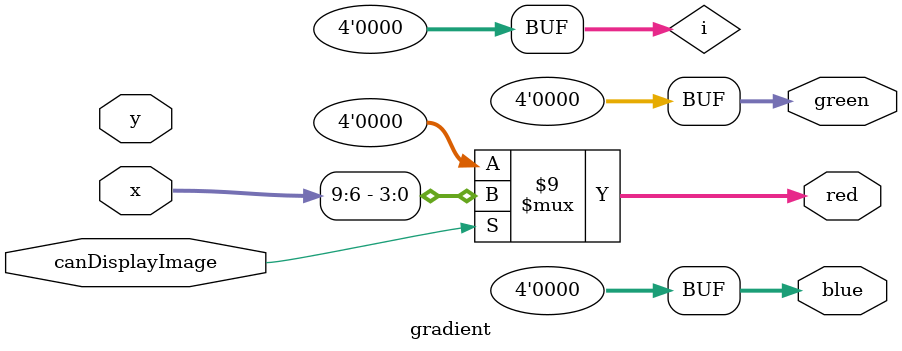
<source format=v>
module gradient(
input canDisplayImage,
input [9:0] x,
input [9:0] y,
output reg [3:0] red,
output reg [3:0] green,
output reg [3:0] blue);
reg[3:0] i=0;

always @(x|y)
begin
	if(canDisplayImage)begin
		
	red = x[9:6];
	green=i;
	blue=0;
	end

	else
	begin
	red = 0;
	green = 0;
	blue = 0;
	end
end


endmodule


</source>
